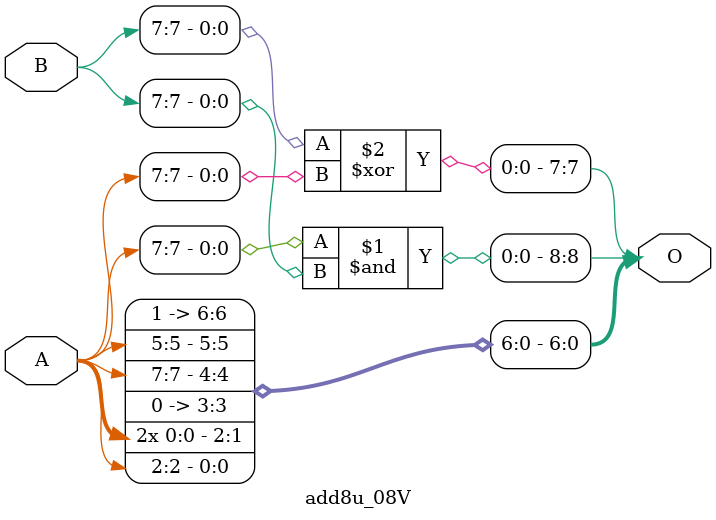
<source format=v>
/***
* This code is a part of EvoApproxLib library (ehw.fit.vutbr.cz/approxlib) distributed under The MIT License.
* When used, please cite the following article(s):  
* This file contains a circuit from a sub-set of pareto optimal circuits with respect to the pwr and mse parameters
***/

// bdd/bw_8/conf_core_1_mae_000052/run.00001.chr
module add8u_08V(A, B, O);
  input [7:0] A, B;
  output [8:0] O;
  assign O[8] = A[7] & B[7];
  assign O[3] = 1'b0;
  assign O[7] = B[7] ^ A[7];
  assign O[6] = 1'b1;
  assign O[0] = A[2]; // default output
  assign O[1] = A[0]; // default output
  assign O[2] = A[0]; // default output
  assign O[4] = A[7]; // default output
  assign O[5] = A[5]; // default output
endmodule


// internal reference: cgp-add-bdd.08.add8u_08V


</source>
